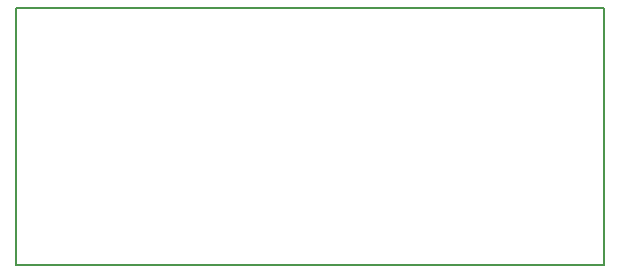
<source format=gm1>
G04 MADE WITH FRITZING*
G04 WWW.FRITZING.ORG*
G04 DOUBLE SIDED*
G04 HOLES PLATED*
G04 CONTOUR ON CENTER OF CONTOUR VECTOR*
%ASAXBY*%
%FSLAX23Y23*%
%MOIN*%
%OFA0B0*%
%SFA1.0B1.0*%
%ADD10R,1.968500X0.866142*%
%ADD11C,0.008000*%
%ADD10C,0.008*%
%LNCONTOUR*%
G90*
G70*
G54D10*
G54D11*
X4Y862D02*
X1965Y862D01*
X1965Y4D01*
X4Y4D01*
X4Y862D01*
D02*
G04 End of contour*
M02*
</source>
